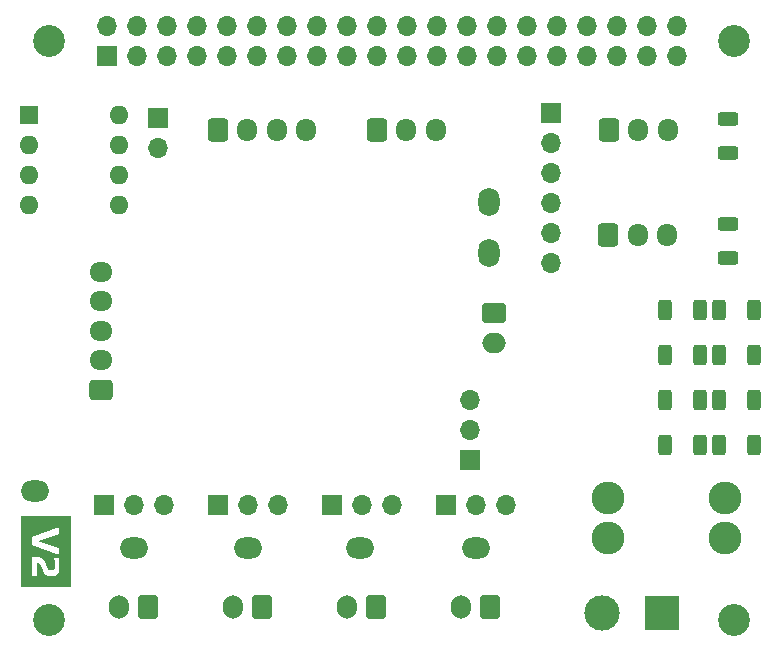
<source format=gts>
G04 #@! TF.GenerationSoftware,KiCad,Pcbnew,(7.0.0-0)*
G04 #@! TF.CreationDate,2023-04-21T16:03:07+01:00*
G04 #@! TF.ProjectId,Klipper Fan Hat,4b6c6970-7065-4722-9046-616e20486174,rev?*
G04 #@! TF.SameCoordinates,Original*
G04 #@! TF.FileFunction,Soldermask,Top*
G04 #@! TF.FilePolarity,Negative*
%FSLAX46Y46*%
G04 Gerber Fmt 4.6, Leading zero omitted, Abs format (unit mm)*
G04 Created by KiCad (PCBNEW (7.0.0-0)) date 2023-04-21 16:03:07*
%MOMM*%
%LPD*%
G01*
G04 APERTURE LIST*
G04 Aperture macros list*
%AMRoundRect*
0 Rectangle with rounded corners*
0 $1 Rounding radius*
0 $2 $3 $4 $5 $6 $7 $8 $9 X,Y pos of 4 corners*
0 Add a 4 corners polygon primitive as box body*
4,1,4,$2,$3,$4,$5,$6,$7,$8,$9,$2,$3,0*
0 Add four circle primitives for the rounded corners*
1,1,$1+$1,$2,$3*
1,1,$1+$1,$4,$5*
1,1,$1+$1,$6,$7*
1,1,$1+$1,$8,$9*
0 Add four rect primitives between the rounded corners*
20,1,$1+$1,$2,$3,$4,$5,0*
20,1,$1+$1,$4,$5,$6,$7,0*
20,1,$1+$1,$6,$7,$8,$9,0*
20,1,$1+$1,$8,$9,$2,$3,0*%
G04 Aperture macros list end*
%ADD10C,0.400000*%
%ADD11R,3.000000X3.000000*%
%ADD12C,3.000000*%
%ADD13RoundRect,0.250000X0.312500X0.625000X-0.312500X0.625000X-0.312500X-0.625000X0.312500X-0.625000X0*%
%ADD14C,2.780000*%
%ADD15RoundRect,0.250000X0.725000X-0.600000X0.725000X0.600000X-0.725000X0.600000X-0.725000X-0.600000X0*%
%ADD16O,1.950000X1.700000*%
%ADD17C,2.700000*%
%ADD18R,1.700000X1.700000*%
%ADD19O,1.700000X1.700000*%
%ADD20RoundRect,0.250000X-0.600000X-0.725000X0.600000X-0.725000X0.600000X0.725000X-0.600000X0.725000X0*%
%ADD21O,1.700000X1.950000*%
%ADD22RoundRect,0.250000X-0.750000X0.600000X-0.750000X-0.600000X0.750000X-0.600000X0.750000X0.600000X0*%
%ADD23O,2.000000X1.700000*%
%ADD24RoundRect,0.250000X0.600000X0.750000X-0.600000X0.750000X-0.600000X-0.750000X0.600000X-0.750000X0*%
%ADD25O,1.700000X2.000000*%
%ADD26RoundRect,0.250000X-0.625000X0.312500X-0.625000X-0.312500X0.625000X-0.312500X0.625000X0.312500X0*%
%ADD27R,1.600000X1.600000*%
%ADD28O,1.600000X1.600000*%
%ADD29O,2.400000X1.800000*%
%ADD30O,1.800000X2.400000*%
G04 APERTURE END LIST*
D10*
G36*
X105338796Y-93775741D02*
G01*
X101118857Y-93775741D01*
X101118857Y-91222471D01*
X102076000Y-91222471D01*
X102076000Y-92818598D01*
X102466788Y-92818598D01*
X102466788Y-91726832D01*
X102581582Y-91726832D01*
X102607247Y-91728444D01*
X102632034Y-91733282D01*
X102655943Y-91741343D01*
X102678974Y-91752630D01*
X102701128Y-91767142D01*
X102722403Y-91784878D01*
X102742802Y-91805839D01*
X102762322Y-91830025D01*
X102771884Y-91843217D01*
X102786022Y-91864106D01*
X102799912Y-91886315D01*
X102813556Y-91909844D01*
X102826953Y-91934694D01*
X102840103Y-91960863D01*
X102853007Y-91988353D01*
X102865663Y-92017163D01*
X102878072Y-92047293D01*
X102890235Y-92078744D01*
X102902151Y-92111515D01*
X102908696Y-92132094D01*
X102918728Y-92162856D01*
X102929018Y-92193489D01*
X102939565Y-92223993D01*
X102950370Y-92254368D01*
X102961432Y-92284614D01*
X102972752Y-92314732D01*
X102984330Y-92344721D01*
X102996165Y-92374581D01*
X103008258Y-92404313D01*
X103020609Y-92433915D01*
X103029105Y-92454666D01*
X103042797Y-92484898D01*
X103057627Y-92514057D01*
X103073594Y-92542143D01*
X103090700Y-92569155D01*
X103108943Y-92595094D01*
X103128324Y-92619959D01*
X103148842Y-92643752D01*
X103170498Y-92666471D01*
X103193292Y-92688116D01*
X103217224Y-92708688D01*
X103233739Y-92721628D01*
X103259192Y-92739472D01*
X103285460Y-92755438D01*
X103312543Y-92769525D01*
X103340443Y-92781735D01*
X103369158Y-92792065D01*
X103398689Y-92800518D01*
X103429036Y-92807092D01*
X103460198Y-92811788D01*
X103492176Y-92814605D01*
X103524970Y-92815545D01*
X103838822Y-92815545D01*
X103874655Y-92814757D01*
X103909185Y-92812396D01*
X103942413Y-92808461D01*
X103974339Y-92802951D01*
X104004962Y-92795867D01*
X104034283Y-92787209D01*
X104062302Y-92776976D01*
X104089019Y-92765169D01*
X104114433Y-92751789D01*
X104138544Y-92736833D01*
X104161354Y-92720304D01*
X104182861Y-92702201D01*
X104203066Y-92682523D01*
X104221969Y-92661271D01*
X104239569Y-92638445D01*
X104255867Y-92614044D01*
X104263606Y-92601244D01*
X104278346Y-92574406D01*
X104292104Y-92545917D01*
X104304879Y-92515778D01*
X104316671Y-92483988D01*
X104327481Y-92450548D01*
X104337308Y-92415457D01*
X104346152Y-92378716D01*
X104354014Y-92340324D01*
X104360893Y-92300282D01*
X104366789Y-92258589D01*
X104371702Y-92215245D01*
X104375633Y-92170251D01*
X104378581Y-92123606D01*
X104380546Y-92075311D01*
X104381161Y-92050544D01*
X104381529Y-92025365D01*
X104381652Y-91999773D01*
X104381378Y-91952194D01*
X104380555Y-91904862D01*
X104379183Y-91857779D01*
X104377263Y-91810943D01*
X104374795Y-91764356D01*
X104371777Y-91718016D01*
X104368211Y-91671925D01*
X104364097Y-91626082D01*
X104359434Y-91580487D01*
X104354222Y-91535140D01*
X104348462Y-91490040D01*
X104342153Y-91445189D01*
X104335296Y-91400587D01*
X104327890Y-91356232D01*
X104319935Y-91312125D01*
X104311432Y-91268266D01*
X103924918Y-91268266D01*
X103931379Y-91292845D01*
X103937636Y-91317122D01*
X103949533Y-91364771D01*
X103960610Y-91411213D01*
X103970866Y-91456448D01*
X103980302Y-91500476D01*
X103988917Y-91543297D01*
X103996712Y-91584911D01*
X104003686Y-91625319D01*
X104009840Y-91664519D01*
X104015173Y-91702513D01*
X104019686Y-91739299D01*
X104023378Y-91774879D01*
X104026250Y-91809252D01*
X104028301Y-91842418D01*
X104029532Y-91874377D01*
X104029942Y-91905129D01*
X104029790Y-91929678D01*
X104028988Y-91964962D01*
X104027500Y-91998400D01*
X104025325Y-92029991D01*
X104022462Y-92059737D01*
X104018913Y-92087636D01*
X104014677Y-92113690D01*
X104007960Y-92145556D01*
X104000023Y-92174140D01*
X103990863Y-92199442D01*
X103983574Y-92215046D01*
X103968538Y-92237643D01*
X103949895Y-92255976D01*
X103927644Y-92270046D01*
X103901786Y-92279852D01*
X103872320Y-92285394D01*
X103846150Y-92286759D01*
X103553058Y-92286759D01*
X103524856Y-92284359D01*
X103497877Y-92277158D01*
X103472120Y-92265158D01*
X103447585Y-92248357D01*
X103428838Y-92231461D01*
X103410873Y-92211492D01*
X103393690Y-92188451D01*
X103389499Y-92182266D01*
X103372879Y-92155953D01*
X103360564Y-92134565D01*
X103348378Y-92111760D01*
X103336321Y-92087539D01*
X103324393Y-92061900D01*
X103312593Y-92034845D01*
X103300923Y-92006373D01*
X103289381Y-91976484D01*
X103277968Y-91945179D01*
X103266683Y-91912457D01*
X103259201Y-91890274D01*
X103247969Y-91857681D01*
X103236725Y-91825903D01*
X103225472Y-91794941D01*
X103214207Y-91764795D01*
X103202932Y-91735464D01*
X103191645Y-91706949D01*
X103180349Y-91679250D01*
X103169041Y-91652367D01*
X103157723Y-91626299D01*
X103146394Y-91601047D01*
X103136894Y-91580229D01*
X103121650Y-91549932D01*
X103105216Y-91520752D01*
X103087590Y-91492688D01*
X103068773Y-91465740D01*
X103048764Y-91439909D01*
X103027564Y-91415193D01*
X103005172Y-91391594D01*
X102981589Y-91369112D01*
X102956815Y-91347745D01*
X102930849Y-91327495D01*
X102913023Y-91314777D01*
X102885549Y-91297239D01*
X102857195Y-91281547D01*
X102827961Y-91267701D01*
X102797847Y-91255701D01*
X102766853Y-91245547D01*
X102734978Y-91237240D01*
X102702224Y-91230778D01*
X102668589Y-91226163D01*
X102634074Y-91223394D01*
X102598679Y-91222471D01*
X102076000Y-91222471D01*
X101118857Y-91222471D01*
X101118857Y-90180775D01*
X102076000Y-90180775D01*
X104342573Y-91020970D01*
X104342573Y-90481804D01*
X102529070Y-89873029D01*
X102529070Y-89858985D01*
X104342573Y-89250210D01*
X104342573Y-88697000D01*
X102076000Y-89512771D01*
X102076000Y-90180775D01*
X101118857Y-90180775D01*
X101118857Y-87739857D01*
X105338796Y-87739857D01*
X105338796Y-93775741D01*
G37*
D11*
X155371999Y-95935999D03*
D12*
X150292000Y-95936000D03*
D13*
X163184500Y-81712000D03*
X160259500Y-81712000D03*
D14*
X150800000Y-86186000D03*
X150800000Y-89586000D03*
X160720000Y-86186000D03*
X160720000Y-89586000D03*
D15*
X107857000Y-77060000D03*
D16*
X107856999Y-74559999D03*
X107856999Y-72059999D03*
X107856999Y-69559999D03*
X107856999Y-67059999D03*
D17*
X161500000Y-47500000D03*
D13*
X158612500Y-77902000D03*
X155687500Y-77902000D03*
D18*
X127431999Y-86791999D03*
D19*
X129971999Y-86791999D03*
X132511999Y-86791999D03*
D20*
X117780000Y-55042000D03*
D21*
X120279999Y-55041999D03*
X122779999Y-55041999D03*
X125279999Y-55041999D03*
D13*
X163184500Y-70282000D03*
X160259500Y-70282000D03*
X163184500Y-74092000D03*
X160259500Y-74092000D03*
D18*
X139115999Y-82981999D03*
D19*
X139115999Y-80441999D03*
X139115999Y-77901999D03*
D20*
X150840000Y-63915000D03*
D21*
X153339999Y-63914999D03*
X155839999Y-63914999D03*
D18*
X112699999Y-54025999D03*
D19*
X112699999Y-56565999D03*
D22*
X141148000Y-70576000D03*
D23*
X141147999Y-73075999D03*
D18*
X117779999Y-86791999D03*
D19*
X120319999Y-86791999D03*
X122859999Y-86791999D03*
D17*
X103500000Y-96500000D03*
X103500000Y-47500000D03*
D24*
X111918000Y-95445000D03*
D25*
X109417999Y-95444999D03*
D18*
X108142999Y-86791999D03*
D19*
X110682999Y-86791999D03*
X113222999Y-86791999D03*
D26*
X160960000Y-54087500D03*
X160960000Y-57012500D03*
D20*
X131242000Y-55042000D03*
D21*
X133741999Y-55041999D03*
X136241999Y-55041999D03*
D27*
X101787999Y-53781999D03*
D28*
X101787999Y-56321999D03*
X101787999Y-58861999D03*
X101787999Y-61401999D03*
X109407999Y-61401999D03*
X109407999Y-58861999D03*
X109407999Y-56321999D03*
X109407999Y-53781999D03*
D17*
X161500000Y-96500000D03*
D13*
X163184500Y-77902000D03*
X160259500Y-77902000D03*
D18*
X137083999Y-86791999D03*
D19*
X139623999Y-86791999D03*
X142163999Y-86791999D03*
D24*
X121570000Y-95445000D03*
D25*
X119069999Y-95444999D03*
D18*
X145973999Y-53644999D03*
D19*
X145973999Y-56184999D03*
X145973999Y-58724999D03*
X145973999Y-61264999D03*
X145973999Y-63804999D03*
X145973999Y-66344999D03*
D24*
X131222000Y-95445000D03*
D25*
X128721999Y-95444999D03*
D20*
X150880000Y-55042000D03*
D21*
X153379999Y-55041999D03*
X155879999Y-55041999D03*
D13*
X158612500Y-70282000D03*
X155687500Y-70282000D03*
X158612500Y-74092000D03*
X155687500Y-74092000D03*
X158612500Y-81712000D03*
X155687500Y-81712000D03*
D24*
X140874000Y-95445000D03*
D25*
X138373999Y-95444999D03*
D26*
X160960000Y-62977500D03*
X160960000Y-65902500D03*
D18*
X108369999Y-48769999D03*
D19*
X108369999Y-46229999D03*
X110909999Y-48769999D03*
X110909999Y-46229999D03*
X113449999Y-48769999D03*
X113449999Y-46229999D03*
X115989999Y-48769999D03*
X115989999Y-46229999D03*
X118529999Y-48769999D03*
X118529999Y-46229999D03*
X121069999Y-48769999D03*
X121069999Y-46229999D03*
X123609999Y-48769999D03*
X123609999Y-46229999D03*
X126149999Y-48769999D03*
X126149999Y-46229999D03*
X128689999Y-48769999D03*
X128689999Y-46229999D03*
X131229999Y-48769999D03*
X131229999Y-46229999D03*
X133769999Y-48769999D03*
X133769999Y-46229999D03*
X136309999Y-48769999D03*
X136309999Y-46229999D03*
X138849999Y-48769999D03*
X138849999Y-46229999D03*
X141389999Y-48769999D03*
X141389999Y-46229999D03*
X143929999Y-48769999D03*
X143929999Y-46229999D03*
X146469999Y-48769999D03*
X146469999Y-46229999D03*
X149009999Y-48769999D03*
X149009999Y-46229999D03*
X151549999Y-48769999D03*
X151549999Y-46229999D03*
X154089999Y-48769999D03*
X154089999Y-46229999D03*
X156629999Y-48769999D03*
X156629999Y-46229999D03*
D29*
X110667999Y-90474999D03*
X139623999Y-90474999D03*
X120319999Y-90474999D03*
D30*
X140766999Y-61137999D03*
X140766999Y-65455999D03*
D29*
X102285999Y-85648999D03*
X129844999Y-90474999D03*
M02*

</source>
